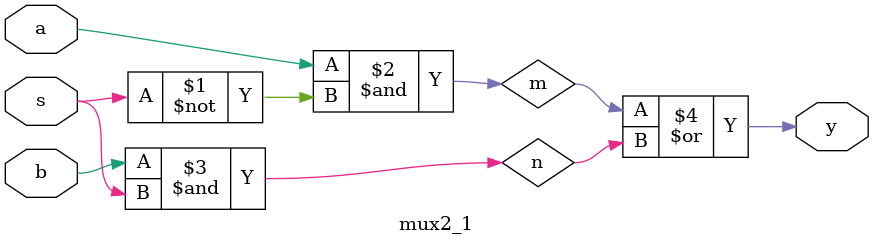
<source format=v>
module mux2_1(input a,input b,input s,output y);

  wire m ;
  wire n;

  //structural modelling
  and a1(m,a,~s);
  and a2(n,b,s);
  or (y,m,n);

endmodule
</source>
